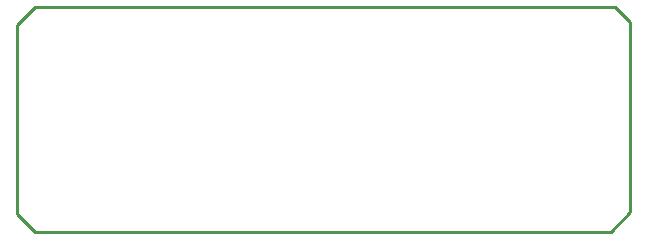
<source format=gko>
G04*
G04 #@! TF.GenerationSoftware,Altium Limited,Altium Designer,18.1.9 (240)*
G04*
G04 Layer_Color=16711935*
%FSLAX25Y25*%
%MOIN*%
G70*
G01*
G75*
%ADD11C,0.01000*%
D11*
X267500Y140500D02*
Y203500D01*
X273500Y209500D01*
X467000D01*
X267500Y140500D02*
X273500Y134500D01*
X465500D01*
X472000Y141000D01*
X467000Y209500D02*
X472000Y204500D01*
Y141000D02*
Y204500D01*
M02*

</source>
